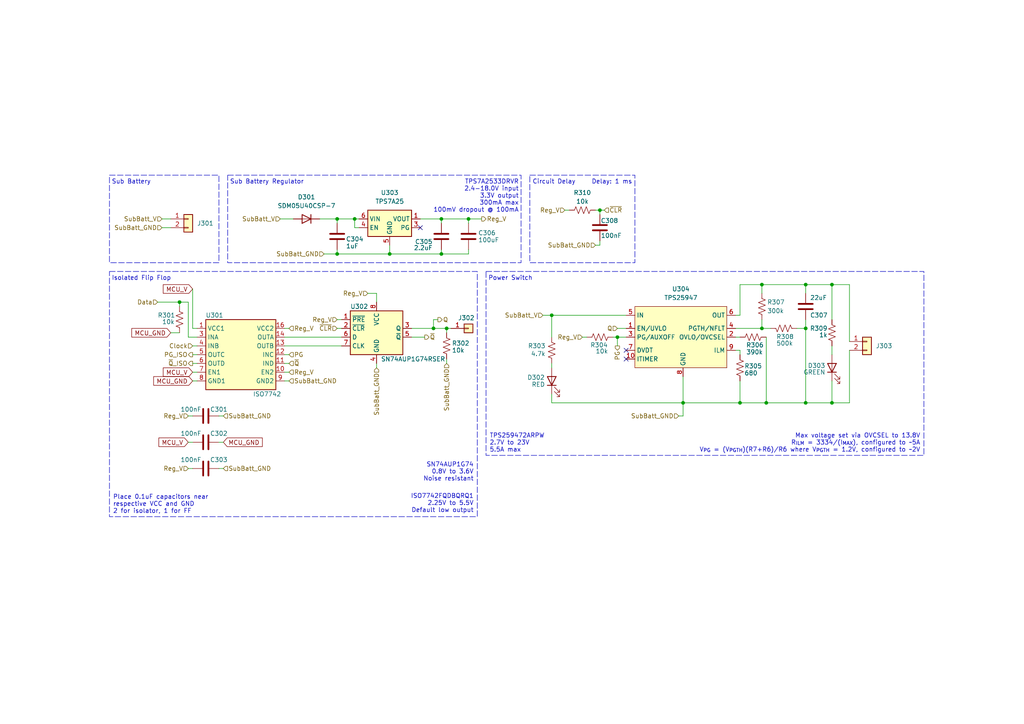
<source format=kicad_sch>
(kicad_sch (version 20250114) (generator "eeschema") (generator_version "9.0")
  (paper "A4")
  (title_block (title "BAGEL Switch MK1") (date "2025-12-02") (rev "A") (company "Illinois Space Society") (comment 3 "Thomas McManamen, Chethan Karandikar") (comment 4 "Contributors: Lucas Lessard, Pranav Bala, Peter Karlos, Charlie Plater, Kevin Zhao, "))
  (lib_symbols
    (symbol "Connector_Generic:Conn_01x01" (pin_names (offset 1.016) (hide yes))
      (property "Reference" "J" (at 0 2.54 0))
      (property "Value" "Conn_01x01" (at 0 -2.54 0))
      (symbol "Conn_01x01_1_1"
        (rectangle (start -1.27 1.27) (end 1.27 -1.27) (stroke (width 0.254)) (fill (type background)))
        (rectangle (start -1.27 0.127) (end 0 -0.127) (stroke (width 0.1524)))
        (pin passive line (at -5.08 0 0) (length 3.81) (name "Pin_1") (number "1"))
      )
    )
    (symbol "Connector_Generic:Conn_01x02" (pin_names (offset 1.016) (hide yes))
      (property "Reference" "J" (at 0 2.54 0))
      (property "Value" "Conn_01x02" (at 0 -5.08 0))
      (symbol "Conn_01x02_1_1"
        (rectangle (start -1.27 1.27) (end 1.27 -3.81) (stroke (width 0.254)) (fill (type background)))
        (rectangle (start -1.27 0.127) (end 0 -0.127) (stroke (width 0.1524)))
        (rectangle (start -1.27 -2.413) (end 0 -2.667) (stroke (width 0.1524)))
        (pin passive line (at -5.08 0 0) (length 3.81) (name "Pin_1") (number "1"))
        (pin passive line (at -5.08 -2.54 0) (length 3.81) (name "Pin_2") (number "2"))
      )
    )
    (symbol "Device:C" (pin_numbers (hide yes)) (pin_names (offset 0.254))
      (property "Reference" "C" (at 0.635 2.54 0))
      (property "Value" "C" (at 0.635 -2.54 0))
      (symbol "C_0_1"
        (polyline (pts (xy -2.032 0.762) (xy 2.032 0.762)) (stroke (width 0.508)))
        (polyline (pts (xy -2.032 -0.762) (xy 2.032 -0.762)) (stroke (width 0.508)))
      )
      (symbol "C_1_1"
        (pin passive line (at 0 3.81 270) (length 2.794) (name "~") (number "1"))
        (pin passive line (at 0 -3.81 90) (length 2.794) (name "~") (number "2"))
      )
    )
    (symbol "Device:LED" (pin_numbers (hide yes)) (pin_names (offset 1.016) (hide yes))
      (property "Reference" "D" (at 0 2.54 0))
      (property "Value" "LED" (at 0 -2.54 0))
      (symbol "LED_0_1"
        (polyline (pts (xy -3.048 -0.762) (xy -4.572 -2.286) (xy -3.81 -2.286) (xy -4.572 -2.286) (xy -4.572 -1.524)))
        (polyline (pts (xy -1.778 -0.762) (xy -3.302 -2.286) (xy -2.54 -2.286) (xy -3.302 -2.286) (xy -3.302 -1.524)))
        (polyline (pts (xy -1.27 0) (xy 1.27 0)))
        (polyline (pts (xy -1.27 -1.27) (xy -1.27 1.27)) (stroke (width 0.254)))
        (polyline (pts (xy 1.27 -1.27) (xy 1.27 1.27) (xy -1.27 0) (xy 1.27 -1.27)) (stroke (width 0.254)))
      )
      (symbol "LED_1_1"
        (pin passive line (at -3.81 0 0) (length 2.54) (name "K") (number "1"))
        (pin passive line (at 3.81 0 180) (length 2.54) (name "A") (number "2"))
      )
    )
    (symbol "Device:R_US" (pin_numbers (hide yes)) (pin_names (offset 0))
      (property "Reference" "R" (at 2.54 0 90))
      (property "Value" "R_US" (at -2.54 0 90))
      (symbol "R_US_0_1"
        (polyline (pts (xy 0 2.286) (xy 0 2.54)))
        (polyline (pts (xy 0 2.286) (xy 1.016 1.905) (xy 0 1.524) (xy -1.016 1.143) (xy 0 0.762)))
        (polyline (pts (xy 0 0.762) (xy 1.016 0.381) (xy 0 0) (xy -1.016 -0.381) (xy 0 -0.762)))
        (polyline (pts (xy 0 -0.762) (xy 1.016 -1.143) (xy 0 -1.524) (xy -1.016 -1.905) (xy 0 -2.286)))
        (polyline (pts (xy 0 -2.286) (xy 0 -2.54)))
      )
      (symbol "R_US_1_1"
        (pin passive line (at 0 3.81 270) (length 1.27) (name "~") (number "1"))
        (pin passive line (at 0 -3.81 90) (length 1.27) (name "~") (number "2"))
      )
    )
    (symbol "Diode:1N4148WT" (pin_numbers (hide yes)) (pin_names (hide yes))
      (property "Reference" "D" (at 0 2.54 0))
      (property "Value" "1N4148WT" (at 0 -2.54 0))
      (symbol "1N4148WT_0_1"
        (polyline (pts (xy -1.27 1.27) (xy -1.27 -1.27)) (stroke (width 0.254)))
        (polyline (pts (xy 1.27 1.27) (xy 1.27 -1.27) (xy -1.27 0) (xy 1.27 1.27)) (stroke (width 0.254)))
        (polyline (pts (xy 1.27 0) (xy -1.27 0)))
      )
      (symbol "1N4148WT_1_1"
        (pin passive line (at -3.81 0 0) (length 2.54) (name "K") (number "1"))
        (pin passive line (at 3.81 0 180) (length 2.54) (name "A") (number "2"))
      )
    )
    (symbol "Isolator_Texas:ISO7742"
      (property "Reference" "U" (at -10.16 11.43 0))
      (property "Value" "ISO7742" (at 6.35 -11.43 0))
      (symbol "ISO7742_0_1"
        (pin input line (at -12.7 5.08 0) (length 2.54) (name "INA") (number "3"))
        (pin input line (at -12.7 2.54 0) (length 2.54) (name "INB") (number "4"))
        (pin output line (at -12.7 -2.54 0) (length 2.54) (name "OUTD") (number "6"))
        (pin input line (at -12.7 -5.08 0) (length 2.54) (name "EN1") (number "7"))
        (pin power_in line (at -12.7 -7.62 0) (length 2.54) (hide yes) (name "GND1") (number "2"))
        (pin power_in line (at -12.7 -7.62 0) (length 2.54) (name "GND1") (number "8"))
        (pin power_in line (at 12.7 7.62 180) (length 2.54) (name "VCC2") (number "16"))
        (pin output line (at 12.7 5.08 180) (length 2.54) (name "OUTA") (number "14"))
        (pin output line (at 12.7 2.54 180) (length 2.54) (name "OUTB") (number "13"))
        (pin input line (at 12.7 -2.54 180) (length 2.54) (name "IND") (number "11"))
        (pin input line (at 12.7 -5.08 180) (length 2.54) (name "EN2") (number "10"))
        (pin power_in line (at 12.7 -7.62 180) (length 2.54) (name "GND2") (number "9"))
      )
      (symbol "ISO7742_1_1"
        (rectangle (start -10.16 10.16) (end 10.16 -10.16) (stroke (width 0.254)) (fill (type background)))
        (pin power_in line (at -12.7 7.62 0) (length 2.54) (name "VCC1") (number "1"))
        (pin output line (at -12.7 0 0) (length 2.54) (name "OUTC") (number "5"))
        (pin input line (at 12.7 0 180) (length 2.54) (name "INC") (number "12"))
        (pin passive line (at 12.7 -7.62 180) (length 2.54) (hide yes) (name "GND2") (number "15"))
      )
    )
    (symbol "Power_eFuse:TPS25947"
      (property "Reference" "U" (at -13.97 10.16 0))
      (property "Value" "TPS25947" (at 8.255 10.16 0))
      (symbol "TPS25947_0_0"
        (pin power_in line (at -16.51 6.35 0) (length 2.54) (name "IN") (number "5"))
        (pin input line (at -16.51 2.54 0) (length 2.54) (name "EN/UVLO") (number "1"))
        (pin output line (at -16.51 0 0) (length 2.54) (name "PG/AUXOFF") (number "3"))
        (pin output line (at -16.51 -3.81 0) (length 2.54) (name "DVDT") (number "7"))
        (pin output line (at -16.51 -6.35 0) (length 2.54) (name "ITIMER") (number "10"))
        (pin input line (at 0 -11.43 90) (length 2.54) (name "GND") (number "8"))
        (pin power_out line (at 15.24 6.35 180) (length 2.54) (name "OUT") (number "6"))
        (pin bidirectional line (at 15.24 2.54 180) (length 2.54) (name "PGTH/NFLT") (number "4"))
        (pin input line (at 15.24 0 180) (length 2.54) (name "OVLO/OVCSEL") (number "2"))
        (pin output line (at 15.24 -3.81 180) (length 2.54) (name "ILM") (number "9"))
      )
      (symbol "TPS25947_0_1"
        (rectangle (start -13.97 8.89) (end 12.7 -8.89) (fill (type background)))
      )
    )
    (symbol "Regulator_Texas:TPS7A25"
      (property "Reference" "U205" (at 1.27 7.62 0))
      (property "Value" "TPS7A25" (at 1.27 5.08 0))
      (symbol "TPS7A25_1_1"
        (rectangle (start -5.08 2.54) (end 7.62 -5.08) (stroke (width 0.254)) (fill (type background)))
        (pin passive line (at -7.62 0 0) (length 2.54) (name "VIN") (number "6"))
        (pin passive line (at -7.62 -2.54 0) (length 2.54) (name "EN") (number "4"))
        (pin passive line (at 1.27 -7.62 90) (length 2.54) (name "GND") (number "5"))
        (pin passive line (at 1.27 -7.62 90) (length 2.54) (hide yes) (name "Thermal") (number "7"))
        (pin passive line (at 10.16 0 180) (length 2.54) (name "VOUT") (number "1"))
        (pin passive line (at 10.16 -2.54 180) (length 2.54) (name "PG") (number "3"))
      )
    )
    (symbol "Texas_Logic:SN74AUP1G74RSER"
      (property "Reference" "U" (at -10.16 7.62 0))
      (property "Value" "SN74AUP1G74RSER" (at 10.16 -7.62 0))
      (symbol "SN74AUP1G74RSER_1_1"
        (rectangle (start -7.62 6.35) (end 7.62 -6.35) (stroke (width 0.254)) (fill (type background)))
        (pin passive line (at -10.16 3.81 0) (length 2.54) (name "~{PRE}") (number "1"))
        (pin passive line (at -10.16 1.27 0) (length 2.54) (name "~{CLR}") (number "2"))
        (pin passive line (at -10.16 -1.27 0) (length 2.54) (name "D") (number "6"))
        (pin passive line (at -10.16 -3.81 0) (length 2.54) (name "CLK") (number "7"))
        (pin passive line (at 0 8.89 270) (length 2.54) (name "VCC") (number "8"))
        (pin passive line (at 0 -8.89 90) (length 2.54) (name "GND") (number "4"))
        (pin passive line (at 10.16 1.27 180) (length 2.54) (name "Q") (number "3"))
        (pin passive line (at 10.16 -1.27 180) (length 2.54) (name "~{Q}") (number "5"))
      )
    )
  )
  (rectangle (start 140.97 78.74) (end 267.97 132.08) (stroke (width 0) (type dash)))
  (rectangle (start 31.75 78.74) (end 138.43 149.86) (stroke (width 0) (type dash)))
  (rectangle (start 31.75 50.8) (end 63.5 76.2) (stroke (width 0) (type dash)))
  (rectangle (start 66.04 50.8) (end 151.13 76.2) (stroke (width 0) (type dash)))
  (rectangle (start 153.67 50.8) (end 184.15 76.2) (stroke (width 0) (type dash)))
  (text "ISO7742FQDBQRQ1\n2.25V to 5.5V\nDefault low output" (at 137.414 146.05 0) (effects (font (size 1.27 1.27)) (justify right)))
  (text "Circuit Delay" (at 154.432 52.07 0) (effects (font (size 1.27 1.27)) (justify left top)))
  (text "Sub Battery Regulator" (at 66.675 52.07 0) (effects (font (size 1.27 1.27)) (justify left top)))
  (text "Place 0.1uF capacitors near\nrespective VCC and GND\n2 for isolator, 1 for FF" (at 32.766 146.304 0) (effects (font (size 1.27 1.27)) (justify left)))
  (text "Isolated Flip Flop\n" (at 32.385 80.01 0) (effects (font (size 1.27 1.27)) (justify left top)))
  (text "Sub Battery" (at 32.385 52.07 0) (effects (font (size 1.27 1.27)) (justify left top)))
  (text "Delay: 1 ms" (at 183.388 52.07 0) (effects (font (size 1.27 1.27)) (justify right top)))
  (text "Max voltage set via OVCSEL to 13.8V\nR_{ILM} = 3334/(I_{MAX}), configured to ~5A\nV_{PG} = (V_{PGTH})(R7+R6)/R6 where V_{PGTH} = 1.2V, configured to ~2V" (at 266.954 125.73 0) (effects (font (size 1.27 1.27)) (justify right top)))
  (text "Power Switch" (at 141.605 80.01 0) (effects (font (size 1.27 1.27)) (justify left top)))
  (text "TPS7A2533DRVR\n2.4-18.0V input\n3.3V output\n300mA max\n100mV dropout @ 100mA" (at 150.495 52.07 0) (effects (font (size 1.27 1.27)) (justify right top)))
  (text "TPS259472ARPW\n2.7V to 23V\n5.5A max" (at 141.986 128.524 0) (effects (font (size 1.27 1.27)) (justify left)))
  (text "SN74AUP1G74\n0.8V to 3.6V\nNoise resistant" (at 137.414 136.906 0) (effects (font (size 1.27 1.27)) (justify right)))
  (junction (at 125.73 95.25))
  (junction (at 113.03 73.66))
  (junction (at 160.02 91.44))
  (junction (at 198.12 116.84))
  (junction (at 241.3 82.55))
  (junction (at 220.98 82.55))
  (junction (at 233.68 116.84))
  (junction (at 233.68 82.55))
  (junction (at 97.79 73.66))
  (junction (at 222.25 116.84))
  (junction (at 241.3 116.84))
  (junction (at 220.98 95.25))
  (junction (at 214.63 116.84))
  (junction (at 135.89 63.5))
  (junction (at 97.79 63.5))
  (junction (at 52.07 87.63))
  (junction (at 179.07 97.79))
  (junction (at 128.016 73.66))
  (junction (at 128.016 63.5))
  (junction (at 173.99 60.96))
  (junction (at 129.54 95.25))
  (junction (at 102.87 63.5))
  (junction (at 233.68 95.25))
  (no_connect (at 121.92 66.04))
  (no_connect (at 181.61 104.14))
  (no_connect (at 181.61 101.6))
  (wire (pts (xy 102.87 63.5) (xy 104.14 63.5)))
  (wire (pts (xy 177.8 97.79) (xy 179.07 97.79)))
  (wire (pts (xy 54.61 87.63) (xy 54.61 97.79)))
  (wire (pts (xy 55.88 110.49) (xy 57.15 110.49)))
  (wire (pts (xy 46.99 63.5) (xy 49.53 63.5)))
  (wire (pts (xy 241.3 82.55) (xy 241.3 92.71)))
  (wire (pts (xy 81.28 63.5) (xy 85.09 63.5)))
  (wire (pts (xy 179.07 95.25) (xy 181.61 95.25)))
  (wire (pts (xy 198.12 109.22) (xy 198.12 116.84)))
  (wire (pts (xy 220.98 92.71) (xy 220.98 95.25)))
  (wire (pts (xy 113.03 73.66) (xy 128.016 73.66)))
  (wire (pts (xy 233.68 92.71) (xy 233.68 95.25)))
  (wire (pts (xy 214.63 116.84) (xy 222.25 116.84)))
  (wire (pts (xy 82.55 100.33) (xy 99.06 100.33)))
  (wire (pts (xy 168.91 97.79) (xy 170.18 97.79)))
  (wire (pts (xy 52.07 87.63) (xy 52.07 88.9)))
  (wire (pts (xy 214.63 91.44) (xy 214.63 82.55)))
  (wire (pts (xy 125.73 95.25) (xy 129.54 95.25)))
  (wire (pts (xy 231.14 95.25) (xy 233.68 95.25)))
  (wire (pts (xy 129.54 95.25) (xy 130.81 95.25)))
  (wire (pts (xy 52.07 87.63) (xy 54.61 87.63)))
  (wire (pts (xy 82.55 102.87) (xy 83.82 102.87)))
  (wire (pts (xy 160.02 116.84) (xy 198.12 116.84)))
  (wire (pts (xy 97.79 72.39) (xy 97.79 73.66)))
  (wire (pts (xy 196.85 120.65) (xy 198.12 120.65)))
  (wire (pts (xy 233.68 82.55) (xy 233.68 85.09)))
  (wire (pts (xy 246.38 101.6) (xy 246.38 116.84)))
  (wire (pts (xy 172.72 71.12) (xy 173.99 71.12)))
  (wire (pts (xy 82.55 107.95) (xy 83.82 107.95)))
  (wire (pts (xy 83.82 95.25) (xy 82.55 95.25)))
  (wire (pts (xy 82.55 110.49) (xy 83.82 110.49)))
  (wire (pts (xy 241.3 82.55) (xy 246.38 82.55)))
  (wire (pts (xy 55.88 100.33) (xy 57.15 100.33)))
  (wire (pts (xy 113.03 71.12) (xy 113.03 73.66)))
  (wire (pts (xy 97.79 73.66) (xy 113.03 73.66)))
  (wire (pts (xy 220.98 95.25) (xy 223.52 95.25)))
  (wire (pts (xy 233.68 82.55) (xy 241.3 82.55)))
  (wire (pts (xy 233.68 95.25) (xy 233.68 116.84)))
  (wire (pts (xy 214.63 91.44) (xy 213.36 91.44)))
  (wire (pts (xy 55.88 105.41) (xy 57.15 105.41)))
  (wire (pts (xy 214.63 101.6) (xy 214.63 102.87)))
  (wire (pts (xy 82.55 105.41) (xy 83.82 105.41)))
  (wire (pts (xy 128.016 63.5) (xy 135.89 63.5)))
  (wire (pts (xy 173.99 60.96) (xy 173.99 62.23)))
  (wire (pts (xy 198.12 120.65) (xy 198.12 116.84)))
  (wire (pts (xy 54.61 135.89) (xy 55.88 135.89)))
  (wire (pts (xy 55.88 107.95) (xy 57.15 107.95)))
  (wire (pts (xy 97.79 92.71) (xy 99.06 92.71)))
  (wire (pts (xy 233.68 116.84) (xy 241.3 116.84)))
  (wire (pts (xy 119.38 95.25) (xy 125.73 95.25)))
  (wire (pts (xy 64.77 120.65) (xy 63.5 120.65)))
  (wire (pts (xy 102.87 66.04) (xy 102.87 63.5)))
  (wire (pts (xy 55.88 102.87) (xy 57.15 102.87)))
  (wire (pts (xy 241.3 100.33) (xy 241.3 102.87)))
  (wire (pts (xy 214.63 110.49) (xy 214.63 116.84)))
  (wire (pts (xy 241.3 116.84) (xy 241.3 110.49)))
  (wire (pts (xy 163.83 60.96) (xy 165.1 60.96)))
  (wire (pts (xy 104.14 66.04) (xy 102.87 66.04)))
  (wire (pts (xy 160.02 91.44) (xy 157.48 91.44)))
  (wire (pts (xy 49.53 96.52) (xy 52.07 96.52)))
  (wire (pts (xy 179.07 97.79) (xy 181.61 97.79)))
  (wire (pts (xy 160.02 114.3) (xy 160.02 116.84)))
  (wire (pts (xy 121.92 63.5) (xy 128.016 63.5)))
  (wire (pts (xy 128.016 63.5) (xy 128.016 64.77)))
  (wire (pts (xy 46.99 66.04) (xy 49.53 66.04)))
  (wire (pts (xy 106.68 85.09) (xy 109.22 85.09)))
  (wire (pts (xy 54.61 128.27) (xy 55.88 128.27)))
  (wire (pts (xy 135.89 73.66) (xy 128.016 73.66)))
  (wire (pts (xy 125.73 95.25) (xy 125.73 92.71)))
  (wire (pts (xy 64.77 128.27) (xy 63.5 128.27)))
  (wire (pts (xy 54.61 97.79) (xy 57.15 97.79)))
  (wire (pts (xy 139.7 63.5) (xy 135.89 63.5)))
  (wire (pts (xy 119.38 97.79) (xy 123.19 97.79)))
  (wire (pts (xy 173.99 71.12) (xy 173.99 69.85)))
  (wire (pts (xy 135.89 64.77) (xy 135.89 63.5)))
  (wire (pts (xy 55.88 83.82) (xy 55.88 95.25)))
  (wire (pts (xy 160.02 105.41) (xy 160.02 106.68)))
  (wire (pts (xy 179.07 97.79) (xy 179.07 100.33)))
  (wire (pts (xy 55.88 95.25) (xy 57.15 95.25)))
  (wire (pts (xy 241.3 116.84) (xy 246.38 116.84)))
  (wire (pts (xy 54.61 120.65) (xy 55.88 120.65)))
  (wire (pts (xy 173.99 60.96) (xy 175.26 60.96)))
  (wire (pts (xy 128.016 72.39) (xy 128.016 73.66)))
  (wire (pts (xy 97.79 63.5) (xy 97.79 64.77)))
  (wire (pts (xy 246.38 82.55) (xy 246.38 99.06)))
  (wire (pts (xy 97.79 63.5) (xy 102.87 63.5)))
  (wire (pts (xy 160.02 91.44) (xy 181.61 91.44)))
  (wire (pts (xy 222.25 97.79) (xy 222.25 116.84)))
  (wire (pts (xy 109.22 106.68) (xy 109.22 105.41)))
  (wire (pts (xy 220.98 82.55) (xy 220.98 85.09)))
  (wire (pts (xy 64.77 135.89) (xy 63.5 135.89)))
  (wire (pts (xy 129.54 104.14) (xy 129.54 105.41)))
  (wire (pts (xy 93.98 73.66) (xy 97.79 73.66)))
  (wire (pts (xy 213.36 97.79) (xy 214.63 97.79)))
  (wire (pts (xy 109.22 85.09) (xy 109.22 87.63)))
  (wire (pts (xy 213.36 95.25) (xy 220.98 95.25)))
  (wire (pts (xy 45.72 87.63) (xy 52.07 87.63)))
  (wire (pts (xy 214.63 82.55) (xy 220.98 82.55)))
  (wire (pts (xy 222.25 116.84) (xy 233.68 116.84)))
  (wire (pts (xy 129.54 96.52) (xy 129.54 95.25)))
  (wire (pts (xy 220.98 82.55) (xy 233.68 82.55)))
  (wire (pts (xy 92.71 63.5) (xy 97.79 63.5)))
  (wire (pts (xy 97.79 95.25) (xy 99.06 95.25)))
  (wire (pts (xy 172.72 60.96) (xy 173.99 60.96)))
  (wire (pts (xy 213.36 101.6) (xy 214.63 101.6)))
  (wire (pts (xy 82.55 97.79) (xy 99.06 97.79)))
  (wire (pts (xy 160.02 91.44) (xy 160.02 97.79)))
  (wire (pts (xy 125.73 92.71) (xy 127 92.71)))
  (wire (pts (xy 198.12 116.84) (xy 214.63 116.84)))
  (wire (pts (xy 135.89 72.39) (xy 135.89 73.66)))
  (global_label "MCU_GND" (shape input) (at 55.88 110.49 180) (property "Intersheetrefs" "${INTERSHEET_REFS}" (effects (hide yes))))
  (global_label "MCU_V" (shape input) (at 54.61 128.27 180) (property "Intersheetrefs" "${INTERSHEET_REFS}" (effects (hide yes))))
  (global_label "MCU_GND" (shape input) (at 49.53 96.52 180) (property "Intersheetrefs" "${INTERSHEET_REFS}" (effects (hide yes))))
  (global_label "MCU_GND" (shape input) (at 64.77 128.27 0) (property "Intersheetrefs" "${INTERSHEET_REFS}" (effects (hide yes))))
  (global_label "MCU_V" (shape input) (at 55.88 83.82 180) (property "Intersheetrefs" "${INTERSHEET_REFS}" (effects (hide yes))))
  (global_label "MCU_V" (shape input) (at 55.88 107.95 180) (property "Intersheetrefs" "${INTERSHEET_REFS}" (effects (hide yes))))
  (hierarchical_label "Reg_V" (shape input) (at 168.91 97.79 180))
  (hierarchical_label "Q" (shape output) (at 127 92.71 0))
  (hierarchical_label "SubBatt_GND" (shape input) (at 196.85 120.65 180))
  (hierarchical_label "SubBatt_GND" (shape input) (at 83.82 110.49 0))
  (hierarchical_label "Data" (shape input) (at 45.72 87.63 180))
  (hierarchical_label "SubBatt_V" (shape input) (at 46.99 63.5 180))
  (hierarchical_label "~{CLR}" (shape input) (at 97.79 95.25 180))
  (hierarchical_label "~{Q}_ISO" (shape output) (at 55.88 105.41 180))
  (hierarchical_label "~{Q}" (shape input) (at 83.82 105.41 0))
  (hierarchical_label "SubBatt_V" (shape input) (at 157.48 91.44 180))
  (hierarchical_label "SubBatt_GND" (shape input) (at 64.77 120.65 0))
  (hierarchical_label "SubBatt_GND" (shape input) (at 172.72 71.12 180))
  (hierarchical_label "SubBatt_GND" (shape input) (at 46.99 66.04 180))
  (hierarchical_label "PG" (shape input) (at 83.82 102.87 0))
  (hierarchical_label "SubBatt_GND" (shape input) (at 109.22 106.68 270))
  (hierarchical_label "Reg_V" (shape input) (at 83.82 95.25 0))
  (hierarchical_label "Reg_V" (shape input) (at 83.82 107.95 0))
  (hierarchical_label "PG" (shape output) (at 179.07 100.33 270))
  (hierarchical_label "Reg_V" (shape input) (at 54.61 120.65 180))
  (hierarchical_label "SubBatt_V" (shape input) (at 81.28 63.5 180))
  (hierarchical_label "Reg_V" (shape input) (at 163.83 60.96 180))
  (hierarchical_label "Reg_V" (shape output) (at 139.7 63.5 0))
  (hierarchical_label "Reg_V" (shape input) (at 54.61 135.89 180))
  (hierarchical_label "Reg_V" (shape input) (at 106.68 85.09 180))
  (hierarchical_label "Q" (shape input) (at 179.07 95.25 180))
  (hierarchical_label "SubBatt_GND" (shape input) (at 129.54 105.41 270))
  (hierarchical_label "PG_ISO" (shape output) (at 55.88 102.87 180))
  (hierarchical_label "SubBatt_GND" (shape input) (at 93.98 73.66 180))
  (hierarchical_label "~{CLR}" (shape input) (at 175.26 60.96 0))
  (hierarchical_label "Clock" (shape input) (at 55.88 100.33 180))
  (hierarchical_label "SubBatt_GND" (shape input) (at 64.77 135.89 0))
  (hierarchical_label "Reg_V" (shape input) (at 97.79 92.71 180))
  (hierarchical_label "~{Q}" (shape output) (at 123.19 97.79 0))
  (symbol (lib_id "Device:C") (at 59.69 135.89 90) (unit 1)
    (property "Reference" "C203" (at 66.04 133.35 90) (effects (justify left)))
    (property "Value" "100nF" (at 58.42 133.35 90) (effects (justify left)))
    (property "Footprint" "Capacitor_SMD:C_0402_1005Metric" (effects (hide yes)))
    (property "Description" "Unpolarized capacitor" (effects (hide yes)))
    (instances (project "Switch_Board" (path "" (reference "C303") (unit 1)) (path "" (reference "C403") (unit 1)) (path "" (reference "C203") (unit 1)) (path "" (reference "C603") (unit 1)) (path "" (reference "C503") (unit 1)) (path "" (reference "C703") (unit 1))))
  )
  (symbol (lib_id "Device:C") (at 233.68 88.9 0) (unit 1)
    (property "Reference" "C207" (at 234.95 91.44 0) (effects (justify left)))
    (property "Value" "22uF" (at 234.95 86.36 0) (effects (justify left)))
    (property "Footprint" "Capacitor_SMD:C_0805_2012Metric" (effects (hide yes)))
    (property "Description" "Unpolarized capacitor" (effects (hide yes)))
    (instances (project "Switch_Board" (path "" (reference "C307") (unit 1)) (path "" (reference "C407") (unit 1)) (path "" (reference "C207") (unit 1)) (path "" (reference "C607") (unit 1)) (path "" (reference "C507") (unit 1)) (path "" (reference "C707") (unit 1))))
  )
  (symbol (lib_id "Device:R_US") (at 218.44 97.79 90) (unit 1)
    (property "Reference" "R206" (at 216.408 100.076 90) (effects (justify right)))
    (property "Value" "390k" (at 216.408 102.108 90) (effects (justify right)))
    (property "Footprint" "Resistor_SMD:R_0402_1005Metric" (effects (hide yes)))
    (property "Description" "Resistor, US symbol" (effects (hide yes)))
    (instances (project "Switch_Board" (path "" (reference "R306") (unit 1)) (path "" (reference "R406") (unit 1)) (path "" (reference "R206") (unit 1)) (path "" (reference "R606") (unit 1)) (path "" (reference "R506") (unit 1)) (path "" (reference "R706") (unit 1))))
  )
  (symbol (lib_id "Device:C") (at 173.99 66.04 180) (unit 1)
    (property "Reference" "C208" (at 179.324 64.008 0) (effects (justify left)))
    (property "Value" "100nF" (at 180.34 68.326 0) (effects (justify left)))
    (property "Footprint" "Capacitor_SMD:C_0402_1005Metric" (effects (hide yes)))
    (property "Description" "Unpolarized capacitor" (effects (hide yes)))
    (instances (project "BAGEL-MK1.1-revA" (path "" (reference "C308") (unit 1)) (path "" (reference "C408") (unit 1)) (path "" (reference "C208") (unit 1)) (path "" (reference "C608") (unit 1)) (path "" (reference "C508") (unit 1)) (path "" (reference "C708") (unit 1))))
  )
  (symbol (lib_id "Device:C") (at 97.79 68.58 0) (unit 1)
    (property "Reference" "C204" (at 100.33 69.342 0) (effects (justify left)))
    (property "Value" "1uF" (at 100.33 71.374 0) (effects (justify left)))
    (property "Footprint" "Capacitor_SMD:C_0402_1005Metric" (effects (hide yes)))
    (property "Description" "Unpolarized capacitor" (effects (hide yes)))
    (instances (project "Switch_Board" (path "" (reference "C304") (unit 1)) (path "" (reference "C404") (unit 1)) (path "" (reference "C204") (unit 1)) (path "" (reference "C604") (unit 1)) (path "" (reference "C504") (unit 1)) (path "" (reference "C704") (unit 1))))
  )
  (symbol (lib_id "Device:C") (at 59.69 128.27 90) (unit 1)
    (property "Reference" "C202" (at 66.04 125.73 90) (effects (justify left)))
    (property "Value" "100nF" (at 58.42 125.73 90) (effects (justify left)))
    (property "Footprint" "Capacitor_SMD:C_0402_1005Metric" (effects (hide yes)))
    (property "Description" "Unpolarized capacitor" (effects (hide yes)))
    (instances (project "Switch_Board" (path "" (reference "C302") (unit 1)) (path "" (reference "C402") (unit 1)) (path "" (reference "C202") (unit 1)) (path "" (reference "C602") (unit 1)) (path "" (reference "C502") (unit 1)) (path "" (reference "C702") (unit 1))))
  )
  (symbol (lib_id "Device:C") (at 135.89 68.58 0) (unit 1)
    (property "Reference" "C206" (at 138.684 67.564 0) (effects (justify left)))
    (property "Value" "100uF" (at 138.684 69.596 0) (effects (justify left)))
    (property "Footprint" "Capacitor_SMD:C_0805_2012Metric" (effects (hide yes)))
    (property "Description" "Unpolarized capacitor" (effects (hide yes)))
    (instances (project "Switch_Board" (path "" (reference "C306") (unit 1)) (path "" (reference "C406") (unit 1)) (path "" (reference "C206") (unit 1)) (path "" (reference "C606") (unit 1)) (path "" (reference "C506") (unit 1)) (path "" (reference "C706") (unit 1))))
  )
  (symbol (lib_id "Diode:1N4148WT") (at 88.9 63.5 180) (unit 1)
    (property "Reference" "D201" (at 88.9 57.15 0))
    (property "Value" "SDM05U40CSP-7" (at 88.9 59.69 0))
    (property "Footprint" "Diode_SMD:D_SOD-882" (effects (hide yes)))
    (property "Datasheet" "https://www.diodes.com/assets/Datasheets/ds30396.pdf" (effects (hide yes)))
    (property "Description" "75V 0.15A Fast switching Diode, SOD-523" (effects (hide yes)))
    (property "Sim.Device" "D" (effects (hide yes)))
    (property "Sim.Pins" "1=K 2=A" (effects (hide yes)))
    (instances (project "Switch_Board" (path "" (reference "D301") (unit 1)) (path "" (reference "D401") (unit 1)) (path "" (reference "D201") (unit 1)) (path "" (reference "D601") (unit 1)) (path "" (reference "D501") (unit 1)) (path "" (reference "D701") (unit 1))))
  )
  (symbol (lib_id "Connector_Generic:Conn_01x02") (at 54.61 63.5 0) (unit 1)
    (property "Reference" "J201" (at 57.15 64.77 0) (effects (justify left)))
    (property "Value" "Conn_01x02" (effects (hide yes)))
    (property "Footprint" "Connector_JST:JST_PH_B2B-PH-K_1x02_P2.00mm_Vertical" (effects (hide yes)))
    (property "Description" "Generic connector, single row, 01x02, script generated (kicad-library-utils/schlib/autogen/connector/)" (effects (hide yes)))
    (instances (project "Switch_Board" (path "" (reference "J301") (unit 1)) (path "" (reference "J401") (unit 1)) (path "" (reference "J201") (unit 1)) (path "" (reference "J601") (unit 1)) (path "" (reference "J501") (unit 1)) (path "" (reference "J701") (unit 1))))
  )
  (symbol (lib_id "Device:R_US") (at 129.54 100.33 180) (unit 1)
    (property "Reference" "R202" (at 131.064 99.568 0) (effects (justify right)))
    (property "Value" "10k" (at 131.064 101.6 0) (effects (justify right)))
    (property "Footprint" "Resistor_SMD:R_0402_1005Metric" (effects (hide yes)))
    (property "Description" "Resistor, US symbol" (effects (hide yes)))
    (instances (project "Switch_Board" (path "" (reference "R302") (unit 1)) (path "" (reference "R402") (unit 1)) (path "" (reference "R202") (unit 1)) (path "" (reference "R602") (unit 1)) (path "" (reference "R502") (unit 1)) (path "" (reference "R702") (unit 1))))
  )
  (symbol (lib_id "Device:LED") (at 241.3 106.68 90) (unit 1)
    (property "Reference" "D203" (at 239.395 106.045 90) (effects (justify left)))
    (property "Value" "GREEN" (at 239.395 107.95 90) (effects (justify left)))
    (property "Footprint" "LED_SMD:LED_0603_1608Metric" (effects (hide yes)))
    (property "Description" "Light emitting diode" (effects (hide yes)))
    (property "Sim.Pins" "1=K 2=A" (effects (hide yes)))
    (instances (project "Switch_Board" (path "" (reference "D303") (unit 1)) (path "" (reference "D403") (unit 1)) (path "" (reference "D203") (unit 1)) (path "" (reference "D603") (unit 1)) (path "" (reference "D503") (unit 1)) (path "" (reference "D703") (unit 1))))
  )
  (symbol (lib_id "Power_eFuse:TPS25947") (at 198.12 97.79 0) (unit 1)
    (property "Reference" "U204" (at 197.485 83.82 0))
    (property "Value" "TPS25947" (at 197.485 86.36 0))
    (property "Footprint" "Package_VQFN:VQFN-HR-RPW0010A" (effects (hide yes)))
    (property "Datasheet" "https://www.ti.com/lit/ds/symlink/tps25947.pdf" (effects (hide yes)))
    (property "Description" "2.7V - 23V, 5.5A, 28mOhm, eFuse, Reversue Current and Polarity Blocking, Current Limiting, VQFN-HR" (effects (hide yes)))
    (instances (project "Switch_Board" (path "" (reference "U304") (unit 1)) (path "" (reference "U404") (unit 1)) (path "" (reference "U204") (unit 1)) (path "" (reference "U604") (unit 1)) (path "" (reference "U504") (unit 1)) (path "" (reference "U704") (unit 1))))
  )
  (symbol (lib_id "Texas_Logic:SN74AUP1G74RSER") (at 109.22 96.52 0) (unit 1)
    (property "Reference" "U202" (at 101.6 88.9 0) (effects (justify left)))
    (property "Value" "SN74AUP1G74RSER" (at 110.49 104.14 0) (effects (justify left)))
    (property "Footprint" "Package_UQFN:UQFN-RSE0008A" (effects (hide yes)))
    (property "Datasheet" "https://www.ti.com/lit/ds/symlink/sn74aup1g74.pdf" (effects (hide yes)))
    (property "Description" "Low-Power Single Positive-Edge-Triggered D-Type Flip-Flop With Clear and Preset, UQFN-8" (effects (hide yes)))
    (property "Height" "0.6" (effects (hide yes)))
    (property "Mouser Part Number" "595-SN74AUP1G74RSER" (effects (hide yes)))
    (property "Mouser Price/Stock" "https://www.mouser.co.uk/ProductDetail/Texas-Instruments/SN74AUP1G74RSER?qs=EuM%2FBx4ov4RGFdXbpZrTyw%3D%3D" (effects (hide yes)))
    (property "Manufacturer_Name" "Texas Instruments" (effects (hide yes)))
    (property "Manufacturer_Part_Number" "SN74AUP1G74RSER" (effects (hide yes)))
    (instances (project "Switch_Board" (path "" (reference "U302") (unit 1)) (path "" (reference "U402") (unit 1)) (path "" (reference "U202") (unit 1)) (path "" (reference "U602") (unit 1)) (path "" (reference "U502") (unit 1)) (path "" (reference "U702") (unit 1))))
  )
  (symbol (lib_id "Device:R_US") (at 214.63 106.68 180) (unit 1)
    (property "Reference" "R205" (at 215.9 106.172 0) (effects (justify right)))
    (property "Value" "680" (at 215.9 108.204 0) (effects (justify right)))
    (property "Footprint" "Resistor_SMD:R_0402_1005Metric" (effects (hide yes)))
    (property "Description" "Resistor, US symbol" (effects (hide yes)))
    (instances (project "Switch_Board" (path "" (reference "R305") (unit 1)) (path "" (reference "R405") (unit 1)) (path "" (reference "R205") (unit 1)) (path "" (reference "R605") (unit 1)) (path "" (reference "R505") (unit 1)) (path "" (reference "R705") (unit 1))))
  )
  (symbol (lib_id "Device:LED") (at 160.02 110.49 90) (unit 1)
    (property "Reference" "D202" (at 152.908 109.474 90) (effects (justify right)))
    (property "Value" "RED" (at 154.178 111.506 90) (effects (justify right)))
    (property "Footprint" "LED_SMD:LED_0603_1608Metric" (effects (hide yes)))
    (property "Description" "Light emitting diode" (effects (hide yes)))
    (property "Sim.Pins" "1=K 2=A" (effects (hide yes)))
    (instances (project "Switch_Board" (path "" (reference "D302") (unit 1)) (path "" (reference "D402") (unit 1)) (path "" (reference "D202") (unit 1)) (path "" (reference "D602") (unit 1)) (path "" (reference "D502") (unit 1)) (path "" (reference "D702") (unit 1))))
  )
  (symbol (lib_id "Device:R_US") (at 241.3 96.52 0) (unit 1)
    (property "Reference" "R209" (at 240.03 95.25 0) (effects (justify right)))
    (property "Value" "1k" (at 240.03 97.155 0) (effects (justify right)))
    (property "Footprint" "Resistor_SMD:R_0402_1005Metric" (effects (hide yes)))
    (property "Description" "Resistor, US symbol" (effects (hide yes)))
    (instances (project "Switch_Board" (path "" (reference "R309") (unit 1)) (path "" (reference "R409") (unit 1)) (path "" (reference "R209") (unit 1)) (path "" (reference "R609") (unit 1)) (path "" (reference "R509") (unit 1)) (path "" (reference "R709") (unit 1))))
  )
  (symbol (lib_id "Device:R_US") (at 173.99 97.79 90) (unit 1)
    (property "Reference" "R204" (at 171.196 100.076 90) (effects (justify right)))
    (property "Value" "10k" (at 172.72 101.854 90) (effects (justify right)))
    (property "Footprint" "Resistor_SMD:R_0402_1005Metric" (effects (hide yes)))
    (property "Description" "Resistor, US symbol" (effects (hide yes)))
    (instances (project "Switch_Board" (path "" (reference "R304") (unit 1)) (path "" (reference "R404") (unit 1)) (path "" (reference "R204") (unit 1)) (path "" (reference "R604") (unit 1)) (path "" (reference "R504") (unit 1)) (path "" (reference "R704") (unit 1))))
  )
  (symbol (lib_id "Device:R_US") (at 227.33 95.25 90) (mirror x) (unit 1)
    (property "Reference" "R208" (at 227.711 97.663 90))
    (property "Value" "500k" (at 227.584 99.568 90))
    (property "Footprint" "Resistor_SMD:R_0402_1005Metric" (effects (hide yes)))
    (property "Description" "Resistor, US symbol" (effects (hide yes)))
    (instances (project "Switch_Board" (path "" (reference "R308") (unit 1)) (path "" (reference "R408") (unit 1)) (path "" (reference "R208") (unit 1)) (path "" (reference "R608") (unit 1)) (path "" (reference "R508") (unit 1)) (path "" (reference "R708") (unit 1))))
  )
  (symbol (lib_id "Device:R_US") (at 220.98 88.9 0) (unit 1)
    (property "Reference" "R207" (at 222.504 87.63 0) (effects (justify left)))
    (property "Value" "300k" (at 222.504 90.17 0) (effects (justify left)))
    (property "Footprint" "Resistor_SMD:R_0402_1005Metric" (effects (hide yes)))
    (property "Description" "Resistor, US symbol" (effects (hide yes)))
    (instances (project "Switch_Board" (path "" (reference "R307") (unit 1)) (path "" (reference "R407") (unit 1)) (path "" (reference "R207") (unit 1)) (path "" (reference "R607") (unit 1)) (path "" (reference "R507") (unit 1)) (path "" (reference "R707") (unit 1))))
  )
  (symbol (lib_id "Device:C") (at 128.016 68.58 0) (unit 1)
    (property "Reference" "C205" (at 125.476 70.104 0) (effects (justify right)))
    (property "Value" "2.2uF" (at 125.476 71.882 0) (effects (justify right)))
    (property "Footprint" "Capacitor_SMD:C_0402_1005Metric" (effects (hide yes)))
    (property "Description" "Unpolarized capacitor" (effects (hide yes)))
    (instances (project "Switch_Board" (path "" (reference "C305") (unit 1)) (path "" (reference "C405") (unit 1)) (path "" (reference "C205") (unit 1)) (path "" (reference "C605") (unit 1)) (path "" (reference "C505") (unit 1)) (path "" (reference "C705") (unit 1))))
  )
  (symbol (lib_id "Device:R_US") (at 52.07 92.71 0) (unit 1)
    (property "Reference" "R201" (at 45.72 91.44 0) (effects (justify left)))
    (property "Value" "10k" (at 46.99 93.345 0) (effects (justify left)))
    (property "Footprint" "Resistor_SMD:R_0402_1005Metric" (effects (hide yes)))
    (property "Description" "Resistor, US symbol" (effects (hide yes)))
    (instances (project "Switch_Board" (path "" (reference "R301") (unit 1)) (path "" (reference "R401") (unit 1)) (path "" (reference "R201") (unit 1)) (path "" (reference "R601") (unit 1)) (path "" (reference "R501") (unit 1)) (path "" (reference "R701") (unit 1))))
  )
  (symbol (lib_id "Connector_Generic:Conn_01x02") (at 251.46 99.06 0) (unit 1)
    (property "Reference" "J203" (at 254 100.33 0) (effects (justify left)))
    (property "Value" "Conn_01x02" (effects (hide yes)))
    (property "Footprint" "Connector_JST:JST_PH_B2B-PH-K_1x02_P2.00mm_Vertical" (effects (hide yes)))
    (property "Description" "Generic connector, single row, 01x02, script generated (kicad-library-utils/schlib/autogen/connector/)" (effects (hide yes)))
    (instances (project "Switch_Board" (path "" (reference "J303") (unit 1)) (path "" (reference "J403") (unit 1)) (path "" (reference "J203") (unit 1)) (path "" (reference "J603") (unit 1)) (path "" (reference "J503") (unit 1)) (path "" (reference "J703") (unit 1))))
  )
  (symbol (lib_id "Device:C") (at 59.69 120.65 90) (unit 1)
    (property "Reference" "C201" (at 66.04 118.745 90) (effects (justify left)))
    (property "Value" "100nF" (at 58.42 118.745 90) (effects (justify left)))
    (property "Footprint" "Capacitor_SMD:C_0402_1005Metric" (effects (hide yes)))
    (property "Description" "Unpolarized capacitor" (effects (hide yes)))
    (instances (project "Switch_Board" (path "" (reference "C301") (unit 1)) (path "" (reference "C401") (unit 1)) (path "" (reference "C201") (unit 1)) (path "" (reference "C601") (unit 1)) (path "" (reference "C501") (unit 1)) (path "" (reference "C701") (unit 1))))
  )
  (symbol (lib_id "Isolator_Texas:ISO7742") (at 69.85 102.87 0) (unit 1)
    (property "Reference" "U201" (at 62.23 91.44 0))
    (property "Value" "ISO7742" (at 77.47 114.3 0))
    (property "Footprint" "Package_SO:SSOP-16_3.9x4.9mm_P0.635mm" (effects (hide yes)))
    (property "Datasheet" "https://www.ti.com/lit/ds/symlink/iso7742-q1.pdf" (effects (hide yes)))
    (property "Description" "High-Speed, Robust-EMC Reinforced and Basic Quad-Channel Digital Isolator, SSOP-16" (effects (hide yes)))
    (instances (project "Switch_Board" (path "" (reference "U301") (unit 1)) (path "" (reference "U401") (unit 1)) (path "" (reference "U201") (unit 1)) (path "" (reference "U601") (unit 1)) (path "" (reference "U501") (unit 1)) (path "" (reference "U701") (unit 1))))
  )
  (symbol (lib_id "Regulator_Texas:TPS7A25") (at 111.76 63.5 0) (unit 1)
    (property "Reference" "U203" (at 113.03 55.88 0))
    (property "Value" "TPS7A25" (at 113.03 58.42 0))
    (property "Footprint" "Package_SON:WSON-6-1EP_2x2mm_P0.65mm_EP1x1.6mm" (effects (hide yes)))
    (property "Datasheet" "https://www.ti.com/lit/ds/symlink/tps7a25.pdf?HQS=dis-dk-null-digikeymode-dsf-pf-null-wwe&ts=1768168918974" (effects (hide yes)))
    (property "Description" "300-mA, 18-V, Ultra-Low IQ, Low-Dropout Linear Voltage Regulator With Power-Good" (effects (hide yes)))
    (property "Height" "0.6" (effects (hide yes)))
    (property "Mouser Part Number" "865-XC6223T331GR-G" (effects (hide yes)))
    (property "Mouser Price/Stock" "https://www.mouser.co.uk/ProductDetail/Torex-Semiconductor/XC6223T331GR-G?qs=AsjdqWjXhJ9pIYh2kurybQ%3D%3D" (effects (hide yes)))
    (property "Manufacturer_Name" "Torex" (effects (hide yes)))
    (property "Manufacturer_Part_Number" "XC6223T331GR-G" (effects (hide yes)))
    (instances (project "" (path "" (reference "U303") (unit 1)) (path "" (reference "U403") (unit 1)) (path "" (reference "U203") (unit 1)) (path "" (reference "U603") (unit 1)) (path "" (reference "U503") (unit 1)) (path "" (reference "U703") (unit 1))))
  )
  (symbol (lib_id "Connector_Generic:Conn_01x01") (at 135.89 95.25 0) (unit 1)
    (property "Reference" "J202" (at 132.842 92.202 0) (effects (justify left)))
    (property "Value" "Conn_01x01" (effects (hide yes)))
    (property "Footprint" "TestPoint:TestPoint_Pad_D1.0mm" (effects (hide yes)))
    (property "Description" "Generic connector, single row, 01x01, script generated (kicad-library-utils/schlib/autogen/connector/)" (effects (hide yes)))
    (instances (project "Switch_Board" (path "" (reference "J302") (unit 1)) (path "" (reference "J402") (unit 1)) (path "" (reference "J202") (unit 1)) (path "" (reference "J602") (unit 1)) (path "" (reference "J502") (unit 1)) (path "" (reference "J702") (unit 1))))
  )
  (symbol (lib_id "Device:R_US") (at 168.91 60.96 90) (unit 1)
    (property "Reference" "R210" (at 168.91 55.88 90))
    (property "Value" "10k" (at 168.91 58.42 90))
    (property "Footprint" "Resistor_SMD:R_0402_1005Metric" (effects (hide yes)))
    (property "Description" "Resistor, US symbol" (effects (hide yes)))
    (instances (project "" (path "" (reference "R310") (unit 1)) (path "" (reference "R410") (unit 1)) (path "" (reference "R210") (unit 1)) (path "" (reference "R610") (unit 1)) (path "" (reference "R510") (unit 1)) (path "" (reference "R710") (unit 1))))
  )
  (symbol (lib_id "Device:R_US") (at 160.02 101.6 0) (unit 1)
    (property "Reference" "R203" (at 158.242 100.33 0) (effects (justify right)))
    (property "Value" "4.7k" (at 158.242 102.616 0) (effects (justify right)))
    (property "Footprint" "Resistor_SMD:R_0402_1005Metric" (effects (hide yes)))
    (property "Description" "Resistor, US symbol" (effects (hide yes)))
    (instances (project "Switch_Board" (path "" (reference "R303") (unit 1)) (path "" (reference "R403") (unit 1)) (path "" (reference "R203") (unit 1)) (path "" (reference "R603") (unit 1)) (path "" (reference "R503") (unit 1)) (path "" (reference "R703") (unit 1))))
  )
)
</source>
